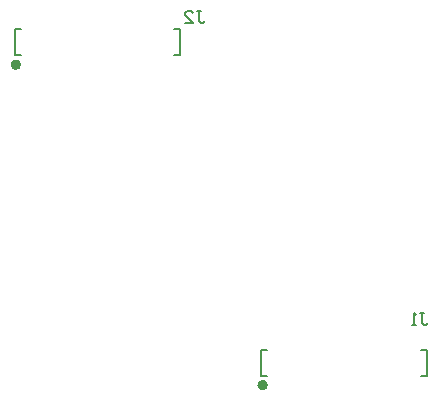
<source format=gbo>
G04*
G04 #@! TF.GenerationSoftware,Altium Limited,Altium Designer,18.0.12 (696)*
G04*
G04 Layer_Color=32896*
%FSLAX25Y25*%
%MOIN*%
G70*
G01*
G75*
%ADD10C,0.00800*%
%ADD16C,0.01968*%
%ADD17C,0.00787*%
D10*
X344578Y314235D02*
X345911D01*
X345245D01*
Y310903D01*
X345911Y310236D01*
X346578D01*
X347244Y310903D01*
X340580Y310236D02*
X343245D01*
X340580Y312902D01*
Y313568D01*
X341246Y314235D01*
X342579D01*
X343245Y313568D01*
X418988Y213447D02*
X420321D01*
X419654D01*
Y210115D01*
X420321Y209449D01*
X420987D01*
X421654Y210115D01*
X417655Y209449D02*
X416322D01*
X416988D01*
Y213447D01*
X417655Y212781D01*
D16*
X285039Y296161D02*
G03*
X285039Y296161I-787J0D01*
G01*
X367323Y189370D02*
G03*
X367323Y189370I-787J0D01*
G01*
D17*
X283858Y307972D02*
X285827D01*
X283858Y299311D02*
Y307972D01*
Y299311D02*
X285827D01*
X337008Y307972D02*
X338976D01*
X337008Y299311D02*
X338976D01*
Y307972D01*
X421260Y192520D02*
Y201181D01*
X419291D02*
X421260D01*
X419291Y192520D02*
X421260D01*
X366142Y201181D02*
X368110D01*
X366142Y192520D02*
X368110D01*
X366142D02*
Y201181D01*
M02*

</source>
